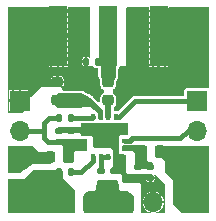
<source format=gbr>
%TF.GenerationSoftware,KiCad,Pcbnew,8.0.0*%
%TF.CreationDate,2024-08-25T13:38:47+02:00*%
%TF.ProjectId,Detector_PTFE,44657465-6374-46f7-925f-505446452e6b,rev?*%
%TF.SameCoordinates,Original*%
%TF.FileFunction,Copper,L1,Top*%
%TF.FilePolarity,Positive*%
%FSLAX46Y46*%
G04 Gerber Fmt 4.6, Leading zero omitted, Abs format (unit mm)*
G04 Created by KiCad (PCBNEW 8.0.0) date 2024-08-25 13:38:47*
%MOMM*%
%LPD*%
G01*
G04 APERTURE LIST*
G04 Aperture macros list*
%AMRoundRect*
0 Rectangle with rounded corners*
0 $1 Rounding radius*
0 $2 $3 $4 $5 $6 $7 $8 $9 X,Y pos of 4 corners*
0 Add a 4 corners polygon primitive as box body*
4,1,4,$2,$3,$4,$5,$6,$7,$8,$9,$2,$3,0*
0 Add four circle primitives for the rounded corners*
1,1,$1+$1,$2,$3*
1,1,$1+$1,$4,$5*
1,1,$1+$1,$6,$7*
1,1,$1+$1,$8,$9*
0 Add four rect primitives between the rounded corners*
20,1,$1+$1,$2,$3,$4,$5,0*
20,1,$1+$1,$4,$5,$6,$7,0*
20,1,$1+$1,$6,$7,$8,$9,0*
20,1,$1+$1,$8,$9,$2,$3,0*%
G04 Aperture macros list end*
%TA.AperFunction,SMDPad,CuDef*%
%ADD10RoundRect,0.135000X0.135000X0.185000X-0.135000X0.185000X-0.135000X-0.185000X0.135000X-0.185000X0*%
%TD*%
%TA.AperFunction,SMDPad,CuDef*%
%ADD11RoundRect,0.140000X-0.170000X0.140000X-0.170000X-0.140000X0.170000X-0.140000X0.170000X0.140000X0*%
%TD*%
%TA.AperFunction,CastellatedPad*%
%ADD12R,1.700000X1.700000*%
%TD*%
%TA.AperFunction,CastellatedPad*%
%ADD13O,1.700000X1.700000*%
%TD*%
%TA.AperFunction,SMDPad,CuDef*%
%ADD14RoundRect,0.218750X-0.218750X-0.256250X0.218750X-0.256250X0.218750X0.256250X-0.218750X0.256250X0*%
%TD*%
%TA.AperFunction,SMDPad,CuDef*%
%ADD15RoundRect,0.140000X0.170000X-0.140000X0.170000X0.140000X-0.170000X0.140000X-0.170000X-0.140000X0*%
%TD*%
%TA.AperFunction,SMDPad,CuDef*%
%ADD16RoundRect,0.135000X-0.185000X0.135000X-0.185000X-0.135000X0.185000X-0.135000X0.185000X0.135000X0*%
%TD*%
%TA.AperFunction,SMDPad,CuDef*%
%ADD17R,1.500000X5.080000*%
%TD*%
%TA.AperFunction,SMDPad,CuDef*%
%ADD18RoundRect,0.225000X-0.250000X0.225000X-0.250000X-0.225000X0.250000X-0.225000X0.250000X0.225000X0*%
%TD*%
%TA.AperFunction,SMDPad,CuDef*%
%ADD19RoundRect,0.100000X-0.175000X-0.100000X0.175000X-0.100000X0.175000X0.100000X-0.175000X0.100000X0*%
%TD*%
%TA.AperFunction,SMDPad,CuDef*%
%ADD20RoundRect,0.100000X-0.100000X-0.175000X0.100000X-0.175000X0.100000X0.175000X-0.100000X0.175000X0*%
%TD*%
%TA.AperFunction,SMDPad,CuDef*%
%ADD21RoundRect,0.218750X0.218750X0.256250X-0.218750X0.256250X-0.218750X-0.256250X0.218750X-0.256250X0*%
%TD*%
%TA.AperFunction,SMDPad,CuDef*%
%ADD22RoundRect,0.140000X-0.140000X-0.170000X0.140000X-0.170000X0.140000X0.170000X-0.140000X0.170000X0*%
%TD*%
%TA.AperFunction,ViaPad*%
%ADD23C,0.400000*%
%TD*%
%TA.AperFunction,Conductor*%
%ADD24C,0.484441*%
%TD*%
%TA.AperFunction,Conductor*%
%ADD25C,1.268330*%
%TD*%
%TA.AperFunction,Conductor*%
%ADD26C,0.200000*%
%TD*%
%TA.AperFunction,Conductor*%
%ADD27C,0.400000*%
%TD*%
G04 APERTURE END LIST*
D10*
%TO.P,R3,1*%
%TO.N,Net-(J1-In)*%
X49278000Y-30607000D03*
%TO.P,R3,2*%
%TO.N,GNDA*%
X48258000Y-30607000D03*
%TD*%
%TO.P,R2,1*%
%TO.N,Net-(U1-ENABLE)*%
X46992000Y-35409939D03*
%TO.P,R2,2*%
%TO.N,Net-(C3-Pad2)*%
X45972000Y-35409939D03*
%TD*%
D11*
%TO.P,C4,1*%
%TO.N,GNDA*%
X46990000Y-36453939D03*
%TO.P,C4,2*%
%TO.N,Net-(C3-Pad2)*%
X46990000Y-37413939D03*
%TD*%
D12*
%TO.P,REF\u002A\u002A,1*%
%TO.N,GNDA*%
X46355000Y-42521939D03*
D13*
%TO.P,REF\u002A\u002A,2*%
%TO.N,ADC1_IN0_DET1*%
X48895000Y-42521939D03*
%TO.P,REF\u002A\u002A,3*%
X51435000Y-42521939D03*
%TO.P,REF\u002A\u002A,4*%
%TO.N,GNDA*%
X53975000Y-42521939D03*
%TD*%
D11*
%TO.P,C3,1*%
%TO.N,GNDA*%
X45974000Y-36453939D03*
%TO.P,C3,2*%
%TO.N,Net-(C3-Pad2)*%
X45974000Y-37413939D03*
%TD*%
D12*
%TO.P,REF\u002A\u002A,1*%
%TO.N,GNDA*%
X42672000Y-33909000D03*
D13*
%TO.P,REF\u002A\u002A,2*%
%TO.N,Net-(C3-Pad2)*%
X42672000Y-36449000D03*
%TO.P,REF\u002A\u002A,3*%
%TO.N,+5V*%
X42672000Y-38989000D03*
%TO.P,REF\u002A\u002A,4*%
%TO.N,GNDA*%
X42672000Y-41529000D03*
%TD*%
D14*
%TO.P,L1,1,1*%
%TO.N,+5V*%
X45186500Y-38711939D03*
%TO.P,L1,2,2*%
%TO.N,Net-(C3-Pad2)*%
X46761500Y-38711939D03*
%TD*%
D15*
%TO.P,C7,1*%
%TO.N,GNDA*%
X53721000Y-40461939D03*
%TO.P,C7,2*%
%TO.N,Net-(U1-VPSO)*%
X53721000Y-39501939D03*
%TD*%
D16*
%TO.P,R5,1*%
%TO.N,GNDA*%
X50673000Y-39852939D03*
%TO.P,R5,2*%
%TO.N,ADC1_IN0_DET1*%
X50673000Y-40872939D03*
%TD*%
D17*
%TO.P,J1,1,In*%
%TO.N,Net-(J1-In)*%
X50165000Y-28476500D03*
%TO.P,J1,2,Ext*%
%TO.N,GNDA*%
X45915000Y-28476500D03*
X54415000Y-28476500D03*
%TD*%
D18*
%TO.P,C2,1*%
%TO.N,GNDA*%
X45847000Y-32348939D03*
%TO.P,C2,2*%
%TO.N,Net-(U1-INLO)*%
X45847000Y-33898939D03*
%TD*%
D15*
%TO.P,C6,1*%
%TO.N,GNDA*%
X52705000Y-40461939D03*
%TO.P,C6,2*%
%TO.N,Net-(U1-VPSO)*%
X52705000Y-39501939D03*
%TD*%
D19*
%TO.P,U1,1,CMIP*%
%TO.N,GNDA*%
X48140000Y-36007939D03*
%TO.P,U1,2,CMIP*%
X48140000Y-36657939D03*
%TO.P,U1,3,VPSI*%
%TO.N,Net-(C3-Pad2)*%
X48140000Y-37307939D03*
%TO.P,U1,4,VPSI*%
X48140000Y-37957939D03*
D20*
%TO.P,U1,5,CLPF*%
%TO.N,Net-(U1-CLPF)*%
X48865000Y-38682939D03*
%TO.P,U1,6,VOUT*%
%TO.N,Net-(U1-VOUT)*%
X49515000Y-38682939D03*
%TO.P,U1,7,VSET*%
X50165000Y-38682939D03*
%TO.P,U1,8,CMOP*%
%TO.N,GNDA*%
X50815000Y-38682939D03*
D19*
%TO.P,U1,9,VPSO*%
%TO.N,Net-(U1-VPSO)*%
X51540000Y-37957939D03*
%TO.P,U1,10,TADJ*%
%TO.N,T_ADJ_1*%
X51540000Y-37307939D03*
%TO.P,U1,11,CMIP*%
%TO.N,GNDA*%
X51540000Y-36657939D03*
%TO.P,U1,12,CMIP*%
X51540000Y-36007939D03*
D20*
%TO.P,U1,13,TEMP*%
%TO.N,ADC3_IN3_TEMP*%
X50815000Y-35282939D03*
%TO.P,U1,14,INHI*%
%TO.N,Net-(U1-INHI)*%
X50165000Y-35282939D03*
%TO.P,U1,15,INLO*%
%TO.N,Net-(U1-INLO)*%
X49515000Y-35282939D03*
%TO.P,U1,16,ENABLE*%
%TO.N,Net-(U1-ENABLE)*%
X48865000Y-35282939D03*
%TD*%
D21*
%TO.P,L2,1,1*%
%TO.N,+5V*%
X54508500Y-38203939D03*
%TO.P,L2,2,2*%
%TO.N,Net-(U1-VPSO)*%
X52933500Y-38203939D03*
%TD*%
D16*
%TO.P,R4,1*%
%TO.N,Net-(U1-VOUT)*%
X49530000Y-39852939D03*
%TO.P,R4,2*%
%TO.N,ADC1_IN0_DET1*%
X49530000Y-40872939D03*
%TD*%
D12*
%TO.P,REF\u002A\u002A,1*%
%TO.N,ADC3_IN3_TEMP*%
X57658000Y-33909000D03*
D13*
%TO.P,REF\u002A\u002A,2*%
%TO.N,T_ADJ_1*%
X57658000Y-36449000D03*
%TO.P,REF\u002A\u002A,3*%
%TO.N,+5V*%
X57658000Y-38989000D03*
%TO.P,REF\u002A\u002A,4*%
X57658000Y-41529000D03*
%TD*%
D18*
%TO.P,C1,1*%
%TO.N,Net-(J1-In)*%
X50165000Y-32348939D03*
%TO.P,C1,2*%
%TO.N,Net-(U1-INHI)*%
X50165000Y-33898939D03*
%TD*%
D22*
%TO.P,C5,1*%
%TO.N,GNDA*%
X46002000Y-39981939D03*
%TO.P,C5,2*%
%TO.N,Net-(U1-CLPF)*%
X46962000Y-39981939D03*
%TD*%
D23*
%TO.N,GNDA*%
X53467000Y-26289000D03*
X53467000Y-30353000D03*
X51308000Y-39243000D03*
X51943000Y-29845000D03*
X48387000Y-28829000D03*
X47625000Y-36449000D03*
X46863000Y-26289000D03*
X44831000Y-31750000D03*
X55499000Y-26289000D03*
X46863000Y-28321000D03*
X51435000Y-33147000D03*
X51943000Y-27813000D03*
X46863000Y-30353000D03*
X48387000Y-26797000D03*
X45085000Y-40005000D03*
X46863000Y-31750000D03*
X44831000Y-30353000D03*
X48895000Y-31369000D03*
X53467000Y-28321000D03*
X51435000Y-31369000D03*
X45847000Y-40894000D03*
X55499000Y-30353000D03*
X48895000Y-33147000D03*
X48895000Y-32258000D03*
X44831000Y-28321000D03*
X48387000Y-27813000D03*
X48387000Y-29845000D03*
X51943000Y-28829000D03*
X44831000Y-26289000D03*
X51943000Y-26797000D03*
X51435000Y-32258000D03*
X55499000Y-28321000D03*
%TD*%
D24*
%TO.N,Net-(U1-INHI)*%
X50165000Y-33898939D02*
X50165000Y-35282939D01*
D25*
%TO.N,Net-(J1-In)*%
X50165000Y-28476500D02*
X50165000Y-31750000D01*
D26*
%TO.N,GNDA*%
X54415000Y-28476500D02*
X54415000Y-29913000D01*
X46609000Y-32766000D02*
X46264061Y-32766000D01*
X54415000Y-29650000D02*
X54610000Y-29845000D01*
X42110000Y-32566000D02*
X42291000Y-32385000D01*
X54737000Y-30861000D02*
X55499000Y-30861000D01*
X54415000Y-30285000D02*
X54483000Y-30353000D01*
X54991000Y-30861000D02*
X54991000Y-31369000D01*
X45915000Y-28135000D02*
X45593000Y-27813000D01*
X45085000Y-32639000D02*
X45556939Y-32639000D01*
X45556939Y-32639000D02*
X45847000Y-32348939D01*
X54415000Y-30285000D02*
X54991000Y-30861000D01*
X45915000Y-30294000D02*
X46482000Y-30861000D01*
X45593000Y-26797000D02*
X44831000Y-26797000D01*
X45748500Y-28476500D02*
X45593000Y-28321000D01*
X54610000Y-27305000D02*
X55499000Y-27305000D01*
X54415000Y-28476500D02*
X54415000Y-26611000D01*
X54415000Y-27500000D02*
X54610000Y-27305000D01*
X54415000Y-28507000D02*
X54864000Y-28956000D01*
X45593000Y-30353000D02*
X44831000Y-30353000D01*
X54483000Y-30353000D02*
X55499000Y-30353000D01*
X45915000Y-30040000D02*
X46228000Y-30353000D01*
X54737000Y-26289000D02*
X55499000Y-26289000D01*
X54415000Y-26611000D02*
X54737000Y-26289000D01*
X53975000Y-28321000D02*
X53467000Y-28321000D01*
X54415000Y-28476500D02*
X54415000Y-26348000D01*
X54415000Y-30294000D02*
X53975000Y-30734000D01*
X46863000Y-32766000D02*
X46736000Y-32893000D01*
X45915000Y-27119000D02*
X45593000Y-26797000D01*
X46482000Y-30861000D02*
X46863000Y-30861000D01*
X45720000Y-27305000D02*
X44831000Y-27305000D01*
X54415000Y-28476500D02*
X54415000Y-26992000D01*
X46101000Y-26797000D02*
X46863000Y-26797000D01*
X54610000Y-26797000D02*
X55499000Y-26797000D01*
X43815000Y-32385000D02*
X43815000Y-32766000D01*
X46101000Y-28829000D02*
X46863000Y-28829000D01*
X45915000Y-26475000D02*
X46101000Y-26289000D01*
X54102000Y-29337000D02*
X53467000Y-29337000D01*
X54737000Y-28321000D02*
X55499000Y-28321000D01*
X45915000Y-28476500D02*
X45915000Y-27491000D01*
X54415000Y-28253000D02*
X53975000Y-27813000D01*
X45915000Y-29650000D02*
X45720000Y-29845000D01*
X54415000Y-28476500D02*
X54415000Y-29024000D01*
X45915000Y-30421000D02*
X46101000Y-30607000D01*
D27*
X46355000Y-42521939D02*
X46002000Y-42168939D01*
D26*
X45915000Y-28476500D02*
X45915000Y-26983000D01*
X45915000Y-28476500D02*
X45915000Y-29650000D01*
X45915000Y-28476500D02*
X45915000Y-30421000D01*
X54415000Y-28476500D02*
X54415000Y-30294000D01*
X46736000Y-32893000D02*
X46609000Y-32766000D01*
X46355000Y-29337000D02*
X46863000Y-29337000D01*
X54610000Y-29845000D02*
X55499000Y-29845000D01*
X54415000Y-28476500D02*
X54415000Y-28008000D01*
X45974000Y-27813000D02*
X46863000Y-27813000D01*
X54415000Y-28476500D02*
X54130500Y-28476500D01*
X45915000Y-27491000D02*
X46101000Y-27305000D01*
X44831000Y-28829000D02*
X45562500Y-28829000D01*
X54356000Y-26289000D02*
X53467000Y-26289000D01*
X45915000Y-28476500D02*
X45748500Y-28476500D01*
X45915000Y-28476500D02*
X45720000Y-28671500D01*
X54415000Y-29659000D02*
X54229000Y-29845000D01*
X45915000Y-28643000D02*
X46101000Y-28829000D01*
X54415000Y-29913000D02*
X53975000Y-30353000D01*
X46101000Y-29845000D02*
X46863000Y-29845000D01*
X45915000Y-30285000D02*
X45339000Y-30861000D01*
X54415000Y-26348000D02*
X54356000Y-26289000D01*
X45593000Y-28321000D02*
X44831000Y-28321000D01*
X54610000Y-29464000D02*
X54737000Y-29337000D01*
X54415000Y-28476500D02*
X54415000Y-30539000D01*
X54415000Y-28476500D02*
X54415000Y-27500000D01*
X54130500Y-28476500D02*
X53975000Y-28321000D01*
X45915000Y-28476500D02*
X45915000Y-29913000D01*
X53975000Y-27813000D02*
X53467000Y-27813000D01*
X54415000Y-28476500D02*
X54415000Y-29650000D01*
X54415000Y-29024000D02*
X54102000Y-29337000D01*
X54415000Y-28476500D02*
X54415000Y-30285000D01*
X46264061Y-32766000D02*
X45847000Y-32348939D01*
X54415000Y-26992000D02*
X54610000Y-26797000D01*
X45915000Y-27500000D02*
X45720000Y-27305000D01*
X54415000Y-28476500D02*
X54415000Y-29269000D01*
X46228000Y-30353000D02*
X46863000Y-30353000D01*
X45915000Y-28476500D02*
X45915000Y-26611000D01*
X45720000Y-28671500D02*
X45720000Y-29337000D01*
X42545000Y-33274000D02*
X42110000Y-33709000D01*
X45915000Y-26983000D02*
X46101000Y-26797000D01*
X45915000Y-28897000D02*
X46355000Y-29337000D01*
X45915000Y-28476500D02*
X45915000Y-28135000D01*
X45915000Y-27872000D02*
X45974000Y-27813000D01*
X45339000Y-30226000D02*
X45339000Y-31369000D01*
X54415000Y-27618000D02*
X54102000Y-27305000D01*
X45915000Y-28476500D02*
X45915000Y-26475000D01*
X45562500Y-28829000D02*
X45915000Y-28476500D01*
X45720000Y-29845000D02*
X44831000Y-29845000D01*
X45915000Y-28476500D02*
X45915000Y-27500000D01*
X46101000Y-27305000D02*
X46863000Y-27305000D01*
X53975000Y-28829000D02*
X53467000Y-28829000D01*
X54327500Y-28476500D02*
X53975000Y-28829000D01*
X54864000Y-28956000D02*
X54991000Y-28829000D01*
X53975000Y-30734000D02*
X53975000Y-31369000D01*
X43307000Y-33274000D02*
X42545000Y-33274000D01*
X54102000Y-30861000D02*
X53467000Y-30861000D01*
X46863000Y-32385000D02*
X46863000Y-32766000D01*
X45915000Y-30031000D02*
X45593000Y-30353000D01*
X45915000Y-29650000D02*
X45339000Y-30226000D01*
X45915000Y-28476500D02*
X45915000Y-30294000D01*
X54415000Y-28476500D02*
X54327500Y-28476500D01*
X54102000Y-26797000D02*
X53467000Y-26797000D01*
X54415000Y-28008000D02*
X54610000Y-27813000D01*
X54415000Y-28476500D02*
X54415000Y-28507000D01*
X45339000Y-30861000D02*
X44831000Y-30861000D01*
X45915000Y-28476500D02*
X45915000Y-28897000D01*
X45593000Y-27813000D02*
X44831000Y-27813000D01*
X54415000Y-28476500D02*
X54415000Y-27110000D01*
X45915000Y-26611000D02*
X45593000Y-26289000D01*
X45720000Y-29337000D02*
X44831000Y-29337000D01*
X54415000Y-28476500D02*
X54415000Y-30548000D01*
X54581500Y-28476500D02*
X54737000Y-28321000D01*
X53975000Y-30353000D02*
X53467000Y-30353000D01*
X54415000Y-30548000D02*
X54102000Y-30861000D01*
X45915000Y-28476500D02*
X45915000Y-29659000D01*
X45915000Y-29913000D02*
X46355000Y-30353000D01*
X54415000Y-30539000D02*
X54737000Y-30861000D01*
X46101000Y-26289000D02*
X46863000Y-26289000D01*
X45593000Y-26289000D02*
X44831000Y-26289000D01*
X45915000Y-29659000D02*
X46101000Y-29845000D01*
X43815000Y-32766000D02*
X42672000Y-33909000D01*
X46355000Y-30353000D02*
X46355000Y-31369000D01*
X54415000Y-28476500D02*
X54415000Y-27618000D01*
X54737000Y-29337000D02*
X55499000Y-29337000D01*
X54229000Y-29845000D02*
X53467000Y-29845000D01*
X54610000Y-27813000D02*
X55499000Y-27813000D01*
X54415000Y-28476500D02*
X54415000Y-29659000D01*
X54102000Y-27305000D02*
X53467000Y-27305000D01*
X45915000Y-28476500D02*
X45915000Y-27119000D01*
X54415000Y-28476500D02*
X54581500Y-28476500D01*
X42110000Y-33709000D02*
X42110000Y-32566000D01*
X45915000Y-28476500D02*
X45915000Y-28643000D01*
D24*
X45915000Y-32280939D02*
X45847000Y-32348939D01*
D26*
X45915000Y-28476500D02*
X45915000Y-27872000D01*
X45915000Y-28476500D02*
X45915000Y-30285000D01*
X45915000Y-28476500D02*
X45915000Y-30040000D01*
X54415000Y-29269000D02*
X54610000Y-29464000D01*
X45915000Y-28476500D02*
X45915000Y-30031000D01*
X45915000Y-28761000D02*
X45720000Y-28956000D01*
X54415000Y-28476500D02*
X54415000Y-28253000D01*
X54991000Y-28829000D02*
X55499000Y-28829000D01*
X54415000Y-27110000D02*
X54102000Y-26797000D01*
X45915000Y-28476500D02*
X45915000Y-28761000D01*
D27*
%TO.N,Net-(C3-Pad2)*%
X45057000Y-37413939D02*
X45974000Y-37413939D01*
X44704000Y-35814000D02*
X44704000Y-36449000D01*
X44704000Y-37060939D02*
X45057000Y-37413939D01*
X44704000Y-36449000D02*
X42672000Y-36449000D01*
X45108061Y-35409939D02*
X44704000Y-35814000D01*
X44704000Y-36449000D02*
X44704000Y-37060939D01*
X45972000Y-35409939D02*
X45108061Y-35409939D01*
%TO.N,Net-(U1-CLPF)*%
X48865000Y-38995939D02*
X48865000Y-38682939D01*
X46962000Y-39981939D02*
X47879000Y-39981939D01*
X47879000Y-39981939D02*
X48865000Y-38995939D01*
%TO.N,Net-(U1-ENABLE)*%
X48740000Y-35407939D02*
X48865000Y-35282939D01*
X46994000Y-35407939D02*
X48740000Y-35407939D01*
X46992000Y-35409939D02*
X46994000Y-35407939D01*
%TO.N,Net-(U1-VOUT)*%
X50165000Y-38682939D02*
X49515000Y-38682939D01*
X49515000Y-38682939D02*
X49515000Y-39837939D01*
X49515000Y-39837939D02*
X49530000Y-39852939D01*
%TO.N,T_ADJ_1*%
X56261000Y-37084000D02*
X56896000Y-36449000D01*
X51540000Y-37307939D02*
X51973061Y-37307939D01*
X52197000Y-37084000D02*
X56261000Y-37084000D01*
X51973061Y-37307939D02*
X52197000Y-37084000D01*
%TO.N,ADC3_IN3_TEMP*%
X50815000Y-35282939D02*
X51077061Y-35282939D01*
X52451000Y-33909000D02*
X56896000Y-33909000D01*
X51077061Y-35282939D02*
X52451000Y-33909000D01*
%TD*%
%TA.AperFunction,Conductor*%
%TO.N,GNDA*%
G36*
X54107928Y-40228594D02*
G01*
X54110624Y-40230688D01*
X54778198Y-40829968D01*
X54983032Y-41013847D01*
X54990965Y-41030414D01*
X54991000Y-41031706D01*
X54991000Y-43436500D01*
X54983971Y-43453471D01*
X54967000Y-43460500D01*
X54116523Y-43460500D01*
X54099552Y-43453471D01*
X54092523Y-43436500D01*
X54099552Y-43419529D01*
X54111533Y-43413024D01*
X54254651Y-43382602D01*
X54427478Y-43305655D01*
X54580535Y-43194452D01*
X54580538Y-43194449D01*
X54707125Y-43053860D01*
X54801717Y-42890020D01*
X54801722Y-42890009D01*
X54860181Y-42710094D01*
X54869446Y-42621939D01*
X54465843Y-42621939D01*
X54475000Y-42587765D01*
X54475000Y-42456113D01*
X54465843Y-42421939D01*
X54869446Y-42421939D01*
X54869446Y-42421938D01*
X54860181Y-42333783D01*
X54801722Y-42153868D01*
X54801717Y-42153857D01*
X54707125Y-41990017D01*
X54580538Y-41849428D01*
X54580535Y-41849425D01*
X54427478Y-41738222D01*
X54254650Y-41661275D01*
X54254651Y-41661275D01*
X54075000Y-41623088D01*
X54075000Y-42031096D01*
X54040826Y-42021939D01*
X53909174Y-42021939D01*
X53875000Y-42031096D01*
X53875000Y-41623088D01*
X53695348Y-41661275D01*
X53522522Y-41738222D01*
X53369464Y-41849425D01*
X53369461Y-41849428D01*
X53242874Y-41990017D01*
X53148282Y-42153857D01*
X53148277Y-42153868D01*
X53089818Y-42333783D01*
X53080553Y-42421938D01*
X53080554Y-42421939D01*
X53484157Y-42421939D01*
X53475000Y-42456113D01*
X53475000Y-42587765D01*
X53484157Y-42621939D01*
X53080554Y-42621939D01*
X53089818Y-42710094D01*
X53148277Y-42890009D01*
X53148282Y-42890020D01*
X53242874Y-43053860D01*
X53369461Y-43194449D01*
X53369464Y-43194452D01*
X53522521Y-43305655D01*
X53695349Y-43382602D01*
X53695348Y-43382602D01*
X53838467Y-43413024D01*
X53853605Y-43423429D01*
X53856953Y-43441490D01*
X53846548Y-43456628D01*
X53833477Y-43460500D01*
X52983000Y-43460500D01*
X52966029Y-43453471D01*
X52959000Y-43436500D01*
X52959000Y-41147999D01*
X52895500Y-41021000D01*
X52841342Y-40912685D01*
X52840041Y-40894365D01*
X52849219Y-40882172D01*
X52865575Y-40870939D01*
X53361000Y-40530660D01*
X53361000Y-40620655D01*
X53372023Y-40676073D01*
X53414016Y-40738918D01*
X53414020Y-40738922D01*
X53476865Y-40780915D01*
X53532283Y-40791938D01*
X53532292Y-40791939D01*
X53620999Y-40791939D01*
X53621000Y-40791938D01*
X53821000Y-40791938D01*
X53821001Y-40791939D01*
X53909708Y-40791939D01*
X53909716Y-40791938D01*
X53965134Y-40780915D01*
X54027979Y-40738922D01*
X54027983Y-40738918D01*
X54069976Y-40676073D01*
X54080999Y-40620655D01*
X54081000Y-40620647D01*
X54081000Y-40561940D01*
X54080999Y-40561939D01*
X53821001Y-40561939D01*
X53821000Y-40561940D01*
X53821000Y-40791938D01*
X53621000Y-40791938D01*
X53621000Y-40385939D01*
X53628029Y-40368968D01*
X53645000Y-40361939D01*
X54080999Y-40361939D01*
X54081000Y-40361938D01*
X54081000Y-40303230D01*
X54080999Y-40303222D01*
X54071055Y-40253231D01*
X54074639Y-40235215D01*
X54089912Y-40225010D01*
X54107928Y-40228594D01*
G37*
%TD.AperFunction*%
%TD*%
%TA.AperFunction,Conductor*%
%TO.N,Net-(U1-INLO)*%
G36*
X47762348Y-33274160D02*
G01*
X47873070Y-33287053D01*
X47878463Y-33288326D01*
X47879000Y-33288520D01*
X47879000Y-34529478D01*
X47878467Y-34529672D01*
X47873065Y-34530947D01*
X47762349Y-34543839D01*
X47759573Y-34544000D01*
X46055683Y-34544000D01*
X46052550Y-34543795D01*
X46023795Y-34540009D01*
X45927825Y-34527374D01*
X45921779Y-34525754D01*
X45836737Y-34490528D01*
X45807024Y-34478221D01*
X45801599Y-34475088D01*
X45701807Y-34398515D01*
X45699446Y-34396446D01*
X45613553Y-34310553D01*
X45611484Y-34308192D01*
X45534911Y-34208400D01*
X45531778Y-34202975D01*
X45531440Y-34202159D01*
X45484243Y-34088215D01*
X45482625Y-34082177D01*
X45466205Y-33957449D01*
X45466000Y-33954317D01*
X45466000Y-33863682D01*
X45466205Y-33860550D01*
X45466530Y-33858074D01*
X45482625Y-33735820D01*
X45484242Y-33729785D01*
X45531780Y-33615019D01*
X45534911Y-33609599D01*
X45538440Y-33605000D01*
X45611490Y-33509799D01*
X45613545Y-33507454D01*
X45699454Y-33421545D01*
X45701799Y-33419490D01*
X45801601Y-33342909D01*
X45807019Y-33339780D01*
X45921785Y-33292242D01*
X45927820Y-33290625D01*
X46035198Y-33276489D01*
X46052551Y-33274205D01*
X46055683Y-33274000D01*
X47759573Y-33274000D01*
X47762348Y-33274160D01*
G37*
%TD.AperFunction*%
%TD*%
%TA.AperFunction,Conductor*%
%TO.N,Net-(U1-VPSO)*%
G36*
X53355677Y-37715624D02*
G01*
X53376319Y-37732258D01*
X53430681Y-37786620D01*
X53464166Y-37847943D01*
X53467000Y-37874301D01*
X53467000Y-38965939D01*
X53594000Y-39092939D01*
X53796638Y-39092939D01*
X53863677Y-39112624D01*
X53884319Y-39129258D01*
X53938681Y-39183620D01*
X53972166Y-39244943D01*
X53975000Y-39271301D01*
X53975000Y-39549577D01*
X53955315Y-39616616D01*
X53938681Y-39637258D01*
X53884319Y-39691620D01*
X53822996Y-39725105D01*
X53796638Y-39727939D01*
X52629362Y-39727939D01*
X52562323Y-39708254D01*
X52541681Y-39691620D01*
X52487319Y-39637258D01*
X52453834Y-39575935D01*
X52451000Y-39549577D01*
X52451000Y-38330939D01*
X52450998Y-38330937D01*
X52197001Y-38203939D01*
X52197000Y-38203939D01*
X51486362Y-38203939D01*
X51419323Y-38184254D01*
X51398681Y-38167620D01*
X51344319Y-38113258D01*
X51310834Y-38051935D01*
X51308000Y-38025577D01*
X51308000Y-37874301D01*
X51327685Y-37807262D01*
X51344319Y-37786620D01*
X51386181Y-37744758D01*
X51447504Y-37711273D01*
X51473862Y-37708439D01*
X52025785Y-37708439D01*
X52025788Y-37708439D01*
X52036667Y-37705524D01*
X52056673Y-37700164D01*
X52088764Y-37695939D01*
X53288638Y-37695939D01*
X53355677Y-37715624D01*
G37*
%TD.AperFunction*%
%TD*%
%TA.AperFunction,Conductor*%
%TO.N,ADC1_IN0_DET1*%
G36*
X50621951Y-40640205D02*
G01*
X50638627Y-40642400D01*
X50729494Y-40654363D01*
X50735532Y-40655981D01*
X50834276Y-40696882D01*
X50839701Y-40700014D01*
X50924492Y-40765076D01*
X50928923Y-40769507D01*
X50993985Y-40854298D01*
X50997117Y-40859723D01*
X51038016Y-40958462D01*
X51039637Y-40964509D01*
X51053795Y-41072047D01*
X51054000Y-41075180D01*
X51054000Y-41402000D01*
X51181000Y-41529000D01*
X51647399Y-41529000D01*
X51651243Y-41529310D01*
X51803604Y-41554034D01*
X51810891Y-41556462D01*
X51947626Y-41628106D01*
X51950878Y-41630159D01*
X52036690Y-41694518D01*
X52122514Y-41758886D01*
X52125296Y-41761329D01*
X52228854Y-41867543D01*
X52233134Y-41873561D01*
X52298631Y-42004555D01*
X52300879Y-42011593D01*
X52323714Y-42158163D01*
X52324000Y-42161858D01*
X52324000Y-43059424D01*
X52323795Y-43062557D01*
X52307375Y-43187280D01*
X52305753Y-43193332D01*
X52258221Y-43308082D01*
X52255088Y-43313507D01*
X52179476Y-43412046D01*
X52175046Y-43416476D01*
X52124138Y-43455540D01*
X52109528Y-43460500D01*
X48220472Y-43460500D01*
X48205862Y-43455540D01*
X48154953Y-43416476D01*
X48150523Y-43412046D01*
X48074911Y-43313507D01*
X48071778Y-43308082D01*
X48024243Y-43193322D01*
X48022625Y-43187284D01*
X48006205Y-43062556D01*
X48006000Y-43059424D01*
X48006000Y-42161858D01*
X48006286Y-42158164D01*
X48006286Y-42158163D01*
X48029120Y-42011590D01*
X48031367Y-42004557D01*
X48096868Y-41873556D01*
X48101141Y-41867546D01*
X48204709Y-41761323D01*
X48207485Y-41758886D01*
X48379126Y-41630155D01*
X48382367Y-41628109D01*
X48519109Y-41556462D01*
X48526393Y-41554034D01*
X48678757Y-41529310D01*
X48682601Y-41529000D01*
X48932193Y-41529000D01*
X48932197Y-41529000D01*
X49022000Y-41529000D01*
X49149000Y-41402000D01*
X49149000Y-41075180D01*
X49149205Y-41072048D01*
X49149401Y-41070557D01*
X49163363Y-40964503D01*
X49164980Y-40958468D01*
X49205883Y-40859719D01*
X49209014Y-40854298D01*
X49274076Y-40769507D01*
X49278507Y-40765076D01*
X49363298Y-40700014D01*
X49368719Y-40696883D01*
X49467468Y-40655980D01*
X49473503Y-40654363D01*
X49566435Y-40642128D01*
X49581049Y-40640205D01*
X49584181Y-40640000D01*
X50618819Y-40640000D01*
X50621951Y-40640205D01*
G37*
%TD.AperFunction*%
%TD*%
%TA.AperFunction,Conductor*%
%TO.N,Net-(C3-Pad2)*%
G36*
X48275677Y-37207624D02*
G01*
X48296319Y-37224258D01*
X48350681Y-37278620D01*
X48384166Y-37339943D01*
X48387000Y-37366301D01*
X48387000Y-38025577D01*
X48367315Y-38092616D01*
X48350681Y-38113258D01*
X48296319Y-38167620D01*
X48234996Y-38201105D01*
X48208638Y-38203939D01*
X47370999Y-38203939D01*
X47244000Y-38330938D01*
X47244000Y-39041577D01*
X47224315Y-39108616D01*
X47207681Y-39129258D01*
X47153319Y-39183620D01*
X47091996Y-39217105D01*
X47065638Y-39219939D01*
X46533362Y-39219939D01*
X46466323Y-39200254D01*
X46445681Y-39183620D01*
X46391319Y-39129258D01*
X46357834Y-39067935D01*
X46355000Y-39041577D01*
X46355000Y-37822939D01*
X46228000Y-37695939D01*
X45898362Y-37695939D01*
X45831323Y-37676254D01*
X45810681Y-37659620D01*
X45756319Y-37605258D01*
X45722834Y-37543935D01*
X45720000Y-37517577D01*
X45720000Y-37366301D01*
X45739685Y-37299262D01*
X45756319Y-37278620D01*
X45810681Y-37224258D01*
X45872004Y-37190773D01*
X45898362Y-37187939D01*
X48208638Y-37187939D01*
X48275677Y-37207624D01*
G37*
%TD.AperFunction*%
%TD*%
%TA.AperFunction,Conductor*%
%TO.N,GNDA*%
G36*
X53574191Y-26027407D02*
G01*
X53610155Y-26076907D01*
X53615000Y-26107500D01*
X53615000Y-28376499D01*
X53615001Y-28376500D01*
X55214999Y-28376500D01*
X55215000Y-28376499D01*
X55215000Y-26107500D01*
X55233907Y-26049309D01*
X55283407Y-26013345D01*
X55314000Y-26008500D01*
X58601500Y-26008500D01*
X58659691Y-26027407D01*
X58695655Y-26076907D01*
X58700500Y-26107500D01*
X58700500Y-32772231D01*
X58681593Y-32830422D01*
X58632093Y-32866386D01*
X58582185Y-32869328D01*
X58527758Y-32858501D01*
X58527748Y-32858500D01*
X56788252Y-32858500D01*
X56788251Y-32858500D01*
X56788241Y-32858501D01*
X56729772Y-32870132D01*
X56729766Y-32870134D01*
X56663451Y-32914445D01*
X56663445Y-32914451D01*
X56619134Y-32980766D01*
X56619132Y-32980772D01*
X56607501Y-33039241D01*
X56607500Y-33039253D01*
X56607500Y-33409500D01*
X56588593Y-33467691D01*
X56539093Y-33503655D01*
X56508500Y-33508500D01*
X52503727Y-33508500D01*
X52398273Y-33508500D01*
X52335929Y-33525204D01*
X52296407Y-33535794D01*
X52205091Y-33588516D01*
X52205086Y-33588520D01*
X51015161Y-34778443D01*
X50960645Y-34806220D01*
X50945158Y-34807439D01*
X50706720Y-34807439D01*
X50648529Y-34788532D01*
X50612565Y-34739032D01*
X50607720Y-34708439D01*
X50607720Y-34563960D01*
X50626627Y-34505769D01*
X50661779Y-34475748D01*
X50668220Y-34472467D01*
X50763528Y-34377159D01*
X50824719Y-34257065D01*
X50840500Y-34157427D01*
X50840500Y-33640451D01*
X50824719Y-33540813D01*
X50824716Y-33540808D01*
X50824716Y-33540806D01*
X50763529Y-33420721D01*
X50763528Y-33420719D01*
X50668220Y-33325411D01*
X50666304Y-33324434D01*
X50600054Y-33290678D01*
X50556790Y-33247413D01*
X50546000Y-33202469D01*
X50546000Y-33045408D01*
X50564907Y-32987217D01*
X50600052Y-32957200D01*
X50668220Y-32922467D01*
X50763528Y-32827159D01*
X50824719Y-32707065D01*
X50840500Y-32607427D01*
X50840500Y-32271431D01*
X50857185Y-32216429D01*
X50904671Y-32145362D01*
X50967590Y-31993463D01*
X50999665Y-31832207D01*
X50999665Y-31253984D01*
X51018572Y-31195793D01*
X51043665Y-31171668D01*
X51059550Y-31161054D01*
X51059551Y-31161053D01*
X51062594Y-31156499D01*
X51103867Y-31094731D01*
X51109246Y-31067684D01*
X51135156Y-31021421D01*
X53615000Y-31021421D01*
X53617901Y-31036008D01*
X53628951Y-31052546D01*
X53628953Y-31052548D01*
X53645491Y-31063598D01*
X53660078Y-31066499D01*
X53660079Y-31066500D01*
X54314999Y-31066500D01*
X54315000Y-31066499D01*
X54515000Y-31066499D01*
X54515001Y-31066500D01*
X55169921Y-31066500D01*
X55169921Y-31066499D01*
X55184508Y-31063598D01*
X55201046Y-31052548D01*
X55201048Y-31052546D01*
X55212098Y-31036008D01*
X55214999Y-31021421D01*
X55215000Y-31021421D01*
X55215000Y-28576501D01*
X55214999Y-28576500D01*
X54515001Y-28576500D01*
X54515000Y-28576501D01*
X54515000Y-31066499D01*
X54315000Y-31066499D01*
X54315000Y-28576501D01*
X54314999Y-28576500D01*
X53615001Y-28576500D01*
X53615000Y-28576501D01*
X53615000Y-31021421D01*
X51135156Y-31021421D01*
X51139143Y-31014302D01*
X51194708Y-30988686D01*
X51206344Y-30988000D01*
X51688999Y-30988000D01*
X51689000Y-30988000D01*
X51689000Y-26107500D01*
X51707907Y-26049309D01*
X51757407Y-26013345D01*
X51788000Y-26008500D01*
X53516000Y-26008500D01*
X53574191Y-26027407D01*
G37*
%TD.AperFunction*%
%TA.AperFunction,Conductor*%
G36*
X48600191Y-26027407D02*
G01*
X48636155Y-26076907D01*
X48641000Y-26107500D01*
X48641000Y-30179995D01*
X48622093Y-30238186D01*
X48572593Y-30274150D01*
X48511407Y-30274150D01*
X48486998Y-30262310D01*
X48465183Y-30247733D01*
X48411222Y-30237000D01*
X48358001Y-30237000D01*
X48358000Y-30237001D01*
X48358000Y-30976998D01*
X48358001Y-30976999D01*
X48411214Y-30976999D01*
X48411224Y-30976998D01*
X48465181Y-30966266D01*
X48465183Y-30966265D01*
X48489990Y-30949689D01*
X48548878Y-30933078D01*
X48606282Y-30954253D01*
X48614999Y-30961998D01*
X48641000Y-30987999D01*
X48641000Y-30988000D01*
X48823523Y-30988000D01*
X48881714Y-31006907D01*
X48893526Y-31016996D01*
X48947595Y-31071064D01*
X48947598Y-31071066D01*
X49054824Y-31121067D01*
X49054825Y-31121067D01*
X49054827Y-31121068D01*
X49103684Y-31127500D01*
X49195889Y-31127500D01*
X49254080Y-31146407D01*
X49265896Y-31156499D01*
X49270452Y-31161056D01*
X49286335Y-31171668D01*
X49324215Y-31219717D01*
X49330335Y-31253984D01*
X49330335Y-31832209D01*
X49362409Y-31993461D01*
X49425328Y-32145361D01*
X49472815Y-32216429D01*
X49489500Y-32271431D01*
X49489500Y-32607428D01*
X49505281Y-32707064D01*
X49505283Y-32707071D01*
X49540386Y-32775963D01*
X49566472Y-32827159D01*
X49661780Y-32922467D01*
X49729946Y-32957199D01*
X49773210Y-33000463D01*
X49784000Y-33045408D01*
X49784000Y-33202469D01*
X49765093Y-33260660D01*
X49729946Y-33290678D01*
X49661781Y-33325410D01*
X49566470Y-33420721D01*
X49505283Y-33540806D01*
X49505281Y-33540813D01*
X49489500Y-33640449D01*
X49489500Y-33973872D01*
X49470593Y-34032063D01*
X49421093Y-34068027D01*
X49359907Y-34068027D01*
X49320497Y-34043876D01*
X48844355Y-33567735D01*
X48838334Y-33561953D01*
X48836922Y-33560652D01*
X48836909Y-33560640D01*
X48830794Y-33555224D01*
X48771817Y-33505046D01*
X48758801Y-33494845D01*
X48755672Y-33492590D01*
X48755667Y-33492587D01*
X48755655Y-33492578D01*
X48741911Y-33483491D01*
X48741912Y-33483491D01*
X48741896Y-33483481D01*
X48675619Y-33443384D01*
X48675596Y-33443370D01*
X48668468Y-33439250D01*
X48666811Y-33438336D01*
X48659469Y-33434478D01*
X48077721Y-33143602D01*
X48066933Y-33138594D01*
X48064353Y-33137486D01*
X48053296Y-33133112D01*
X47953816Y-33097055D01*
X47953729Y-33097018D01*
X47949350Y-33095436D01*
X47949275Y-33095409D01*
X47948331Y-33095067D01*
X47948266Y-33095045D01*
X47925679Y-33088323D01*
X47920305Y-33087054D01*
X47920285Y-33087050D01*
X47920282Y-33087049D01*
X47920280Y-33087049D01*
X47912155Y-33085622D01*
X47896846Y-33082933D01*
X47896842Y-33082932D01*
X47896839Y-33082932D01*
X47872925Y-33080147D01*
X47786097Y-33070036D01*
X47774186Y-33069001D01*
X47771399Y-33068840D01*
X47760273Y-33068520D01*
X47759573Y-33068500D01*
X46359854Y-33068500D01*
X46301663Y-33049593D01*
X46265699Y-33000093D01*
X46260864Y-32968188D01*
X46262511Y-32844647D01*
X46282190Y-32786720D01*
X46291503Y-32775963D01*
X46295265Y-32772201D01*
X46356045Y-32681236D01*
X46371999Y-32601030D01*
X46372000Y-32601025D01*
X46372000Y-32448940D01*
X46371999Y-32448939D01*
X46267787Y-32448939D01*
X46270454Y-32248939D01*
X46371999Y-32248939D01*
X46372000Y-32248938D01*
X46372000Y-32096852D01*
X46371999Y-32096847D01*
X46356045Y-32016640D01*
X46295265Y-31925677D01*
X46295261Y-31925673D01*
X46274945Y-31912098D01*
X46286220Y-31066500D01*
X46669921Y-31066500D01*
X46669921Y-31066499D01*
X46684508Y-31063598D01*
X46701046Y-31052548D01*
X46701048Y-31052546D01*
X46712098Y-31036008D01*
X46714999Y-31021421D01*
X46715000Y-31021421D01*
X46715000Y-30810224D01*
X47938001Y-30810224D01*
X47948733Y-30864181D01*
X47948734Y-30864184D01*
X47989620Y-30925373D01*
X47989626Y-30925379D01*
X48050816Y-30966266D01*
X48104780Y-30976999D01*
X48157999Y-30976998D01*
X48158000Y-30976998D01*
X48158000Y-30707001D01*
X48157999Y-30707000D01*
X47938002Y-30707000D01*
X47938001Y-30707001D01*
X47938001Y-30810224D01*
X46715000Y-30810224D01*
X46715000Y-30506999D01*
X47938000Y-30506999D01*
X47938001Y-30507000D01*
X48157999Y-30507000D01*
X48158000Y-30506999D01*
X48158000Y-30236999D01*
X48104785Y-30237000D01*
X48104774Y-30237001D01*
X48050818Y-30247733D01*
X48050815Y-30247734D01*
X47989626Y-30288620D01*
X47989620Y-30288626D01*
X47948733Y-30349816D01*
X47938000Y-30403777D01*
X47938000Y-30506999D01*
X46715000Y-30506999D01*
X46715000Y-28576501D01*
X46714999Y-28576500D01*
X46319420Y-28576500D01*
X46322087Y-28376500D01*
X46714999Y-28376500D01*
X46715000Y-28376499D01*
X46715000Y-26107500D01*
X46733907Y-26049309D01*
X46783407Y-26013345D01*
X46814000Y-26008500D01*
X48542000Y-26008500D01*
X48600191Y-26027407D01*
G37*
%TD.AperFunction*%
%TD*%
%TA.AperFunction,Conductor*%
%TO.N,GNDA*%
G36*
X51704677Y-35810624D02*
G01*
X51725319Y-35827258D01*
X51779681Y-35881620D01*
X51813166Y-35942943D01*
X51816000Y-35969301D01*
X51816000Y-36628577D01*
X51796315Y-36695616D01*
X51779681Y-36716258D01*
X51725319Y-36770620D01*
X51663996Y-36804105D01*
X51637638Y-36806939D01*
X51180999Y-36806939D01*
X51054000Y-36933938D01*
X51054000Y-36933939D01*
X51054000Y-38330939D01*
X51181000Y-38457939D01*
X51510638Y-38457939D01*
X51577677Y-38477624D01*
X51598319Y-38494258D01*
X51652681Y-38548620D01*
X51686166Y-38609943D01*
X51689000Y-38636301D01*
X51689000Y-39981939D01*
X51816000Y-40108939D01*
X52070000Y-40108939D01*
X52197000Y-40108939D01*
X52324000Y-40108939D01*
X53927508Y-40108939D01*
X53960777Y-40118707D01*
X52865575Y-40870939D01*
X51486362Y-40870939D01*
X51419323Y-40851254D01*
X51398681Y-40834620D01*
X51344319Y-40780258D01*
X51310834Y-40718935D01*
X51308000Y-40692577D01*
X51308000Y-40235939D01*
X51181000Y-40108939D01*
X50597362Y-40108939D01*
X50530323Y-40089254D01*
X50509681Y-40072620D01*
X50455319Y-40018258D01*
X50421834Y-39956935D01*
X50419000Y-39930577D01*
X50419000Y-39652301D01*
X50438685Y-39585262D01*
X50455319Y-39564620D01*
X50546000Y-39473939D01*
X50546000Y-38991648D01*
X50556567Y-38941559D01*
X50557035Y-38940500D01*
X50562585Y-38927930D01*
X50565500Y-38902804D01*
X50565500Y-38693665D01*
X50565500Y-38630212D01*
X50565500Y-38620223D01*
X50565499Y-38620209D01*
X50565499Y-38463082D01*
X50565499Y-38463075D01*
X50565497Y-38463056D01*
X50562586Y-38437953D01*
X50562585Y-38437949D01*
X50556564Y-38424312D01*
X50546000Y-38374229D01*
X50546000Y-38076939D01*
X50419000Y-37949939D01*
X49073362Y-37949939D01*
X49006323Y-37930254D01*
X48985681Y-37913620D01*
X48931319Y-37859258D01*
X48897834Y-37797935D01*
X48895000Y-37771577D01*
X48895000Y-37060939D01*
X48768000Y-36933939D01*
X48464563Y-36933939D01*
X48414476Y-36923373D01*
X48384992Y-36910354D01*
X48359868Y-36907439D01*
X48030862Y-36907439D01*
X47963823Y-36887754D01*
X47943181Y-36871120D01*
X47879000Y-36806939D01*
X47879000Y-35969301D01*
X47898685Y-35902262D01*
X47915319Y-35881620D01*
X47952181Y-35844758D01*
X48013504Y-35811273D01*
X48039862Y-35808439D01*
X48792725Y-35808439D01*
X48792727Y-35808439D01*
X48829133Y-35798684D01*
X48842272Y-35795164D01*
X48874364Y-35790939D01*
X51637638Y-35790939D01*
X51704677Y-35810624D01*
G37*
%TD.AperFunction*%
%TD*%
%TA.AperFunction,Conductor*%
%TO.N,Net-(U1-INLO)*%
G36*
X47983267Y-33326312D02*
G01*
X47985814Y-33327406D01*
X48171894Y-33420447D01*
X48567565Y-33618283D01*
X48569246Y-33619210D01*
X48635523Y-33659307D01*
X48638652Y-33661562D01*
X48697629Y-33711740D01*
X48699048Y-33713048D01*
X49636446Y-34650446D01*
X49638515Y-34652807D01*
X49715088Y-34752598D01*
X49718221Y-34758023D01*
X49720453Y-34763411D01*
X49722280Y-34772596D01*
X49722280Y-35341224D01*
X49734960Y-35388550D01*
X49734342Y-35402938D01*
X49731686Y-35410267D01*
X49730588Y-35412823D01*
X49714791Y-35444417D01*
X49712458Y-35448174D01*
X49670974Y-35502951D01*
X49664458Y-35508877D01*
X49607937Y-35543808D01*
X49599724Y-35546984D01*
X49532180Y-35559592D01*
X49527776Y-35560000D01*
X49495167Y-35560000D01*
X49490485Y-35559539D01*
X49414517Y-35544428D01*
X49405866Y-35540844D01*
X49343465Y-35499149D01*
X49336850Y-35492534D01*
X49295153Y-35430131D01*
X49291572Y-35421485D01*
X49276461Y-35345514D01*
X49276000Y-35340832D01*
X49276000Y-35165316D01*
X49276000Y-35165312D01*
X49276000Y-34925000D01*
X48641000Y-34417000D01*
X48465609Y-34417000D01*
X48251038Y-34417000D01*
X48251034Y-34417000D01*
X48133000Y-34417000D01*
X48027430Y-34469784D01*
X48027427Y-34469786D01*
X48027421Y-34469788D01*
X48027421Y-34469789D01*
X48027418Y-34469790D01*
X47985819Y-34490590D01*
X47983264Y-34491688D01*
X47879000Y-34529478D01*
X47879000Y-33288520D01*
X47983267Y-33326312D01*
G37*
%TD.AperFunction*%
%TD*%
%TA.AperFunction,Conductor*%
%TO.N,GNDA*%
G36*
X46235029Y-39758029D02*
G01*
X46347971Y-39870971D01*
X46355000Y-39887942D01*
X46355000Y-40513000D01*
X47363971Y-41521971D01*
X47371000Y-41538941D01*
X47371000Y-43436500D01*
X47363971Y-43453471D01*
X47347000Y-43460500D01*
X41653500Y-43460500D01*
X41636529Y-43453471D01*
X41629500Y-43436500D01*
X41629500Y-40537000D01*
X41636529Y-40520029D01*
X41653500Y-40513000D01*
X43052998Y-40513000D01*
X43053000Y-40513000D01*
X43807971Y-39758029D01*
X43824942Y-39751000D01*
X46218058Y-39751000D01*
X46235029Y-39758029D01*
G37*
%TD.AperFunction*%
%TD*%
%TA.AperFunction,Conductor*%
%TO.N,+5V*%
G36*
X58693471Y-37726029D02*
G01*
X58700500Y-37743000D01*
X58700500Y-43436500D01*
X58693471Y-43453471D01*
X58676500Y-43460500D01*
X56312895Y-43460500D01*
X56295924Y-43453471D01*
X56294673Y-43452119D01*
X56281285Y-43436500D01*
X55631778Y-42678741D01*
X55626000Y-42663122D01*
X55626000Y-40640000D01*
X54998029Y-40012029D01*
X54991000Y-39995058D01*
X54991000Y-38989001D01*
X54991000Y-38989000D01*
X54737000Y-38735000D01*
X54736999Y-38735000D01*
X54238942Y-38735000D01*
X54221971Y-38727971D01*
X54109029Y-38615029D01*
X54102000Y-38598058D01*
X54102000Y-37855942D01*
X54109029Y-37838971D01*
X54221971Y-37726029D01*
X54238942Y-37719000D01*
X58676500Y-37719000D01*
X58693471Y-37726029D01*
G37*
%TD.AperFunction*%
%TD*%
%TA.AperFunction,Conductor*%
%TO.N,GNDA*%
G36*
X47879000Y-36806939D02*
G01*
X47752000Y-36679939D01*
X45898362Y-36679939D01*
X45831323Y-36660254D01*
X45810681Y-36643620D01*
X45756319Y-36589258D01*
X45722834Y-36527935D01*
X45720000Y-36501577D01*
X45720000Y-36350301D01*
X45739685Y-36283262D01*
X45756319Y-36262620D01*
X45810681Y-36208258D01*
X45872004Y-36174773D01*
X45898362Y-36171939D01*
X47752000Y-36171939D01*
X47879000Y-36044939D01*
X47879000Y-36806939D01*
G37*
%TD.AperFunction*%
%TD*%
%TA.AperFunction,Conductor*%
%TO.N,+5V*%
G36*
X43819971Y-37726029D02*
G01*
X43822200Y-37728600D01*
X44196000Y-38227000D01*
X45204733Y-38227000D01*
X45218046Y-38231031D01*
X45582313Y-38473875D01*
X45592534Y-38489137D01*
X45593000Y-38493844D01*
X45593000Y-38979058D01*
X45585971Y-38996029D01*
X45346029Y-39235971D01*
X45329058Y-39243000D01*
X43688000Y-39243000D01*
X43498102Y-39432898D01*
X43308203Y-39622796D01*
X43305632Y-39625025D01*
X42805400Y-40000200D01*
X42791000Y-40005000D01*
X41653500Y-40005000D01*
X41636529Y-39997971D01*
X41629500Y-39981000D01*
X41629500Y-37743000D01*
X41636529Y-37726029D01*
X41653500Y-37719000D01*
X43803000Y-37719000D01*
X43819971Y-37726029D01*
G37*
%TD.AperFunction*%
%TD*%
%TA.AperFunction,Conductor*%
%TO.N,GNDA*%
G36*
X45107971Y-26015529D02*
G01*
X45115000Y-26032500D01*
X45115000Y-28376499D01*
X45115001Y-28376500D01*
X45991000Y-28376500D01*
X46007971Y-28383529D01*
X46015000Y-28400500D01*
X46015000Y-31066499D01*
X46015001Y-31066500D01*
X46286220Y-31066500D01*
X46274945Y-31912098D01*
X46204298Y-31864893D01*
X46124092Y-31848939D01*
X45947001Y-31848939D01*
X45947000Y-31848940D01*
X45947000Y-32424939D01*
X45939971Y-32441910D01*
X45923000Y-32448939D01*
X45322001Y-32448939D01*
X45322000Y-32448940D01*
X45322000Y-32601031D01*
X45337954Y-32681237D01*
X45369645Y-32728666D01*
X45373229Y-32746682D01*
X45363024Y-32761955D01*
X45349690Y-32766000D01*
X44450000Y-32766000D01*
X43629942Y-33586058D01*
X43612971Y-33603029D01*
X43596000Y-33610058D01*
X43579029Y-33603029D01*
X43572000Y-33586058D01*
X43572000Y-33054077D01*
X43571999Y-33054069D01*
X43569099Y-33039493D01*
X43558048Y-33022953D01*
X43558046Y-33022951D01*
X43541506Y-33011900D01*
X43526930Y-33009000D01*
X42772001Y-33009000D01*
X42772000Y-33009001D01*
X42772000Y-33418157D01*
X42737826Y-33409000D01*
X42606174Y-33409000D01*
X42572000Y-33418157D01*
X42572000Y-33009001D01*
X42571999Y-33009000D01*
X41817069Y-33009000D01*
X41802493Y-33011900D01*
X41785953Y-33022951D01*
X41785951Y-33022953D01*
X41774900Y-33039493D01*
X41772000Y-33054069D01*
X41772000Y-33808999D01*
X41772001Y-33809000D01*
X42181157Y-33809000D01*
X42172000Y-33843174D01*
X42172000Y-33974826D01*
X42181157Y-34009000D01*
X41772001Y-34009000D01*
X41772000Y-34009001D01*
X41772000Y-34763930D01*
X41774900Y-34778506D01*
X41785951Y-34795046D01*
X41785953Y-34795048D01*
X41802493Y-34806099D01*
X41817069Y-34808999D01*
X41817078Y-34809000D01*
X42571999Y-34809000D01*
X42572000Y-34808999D01*
X42572000Y-34399842D01*
X42606174Y-34409000D01*
X42737826Y-34409000D01*
X42772000Y-34399842D01*
X42772000Y-34808999D01*
X42772001Y-34809000D01*
X42984058Y-34809000D01*
X43001029Y-34816029D01*
X43008058Y-34833000D01*
X43001029Y-34849971D01*
X42933029Y-34917971D01*
X42916058Y-34925000D01*
X41653500Y-34925000D01*
X41636529Y-34917971D01*
X41629500Y-34901000D01*
X41629500Y-32248938D01*
X45322000Y-32248938D01*
X45322001Y-32248939D01*
X45746999Y-32248939D01*
X45747000Y-32248938D01*
X45747000Y-31848940D01*
X45746999Y-31848939D01*
X45569907Y-31848939D01*
X45489701Y-31864893D01*
X45398738Y-31925673D01*
X45398734Y-31925677D01*
X45337954Y-32016640D01*
X45322000Y-32096846D01*
X45322000Y-32248938D01*
X41629500Y-32248938D01*
X41629500Y-31021430D01*
X45115000Y-31021430D01*
X45117900Y-31036006D01*
X45128951Y-31052546D01*
X45128953Y-31052548D01*
X45145493Y-31063599D01*
X45160069Y-31066499D01*
X45160078Y-31066500D01*
X45814999Y-31066500D01*
X45815000Y-31066499D01*
X45815000Y-28576501D01*
X45814999Y-28576500D01*
X45115001Y-28576500D01*
X45115000Y-28576501D01*
X45115000Y-31021430D01*
X41629500Y-31021430D01*
X41629500Y-26032500D01*
X41636529Y-26015529D01*
X41653500Y-26008500D01*
X45091000Y-26008500D01*
X45107971Y-26015529D01*
G37*
%TD.AperFunction*%
%TD*%
M02*

</source>
